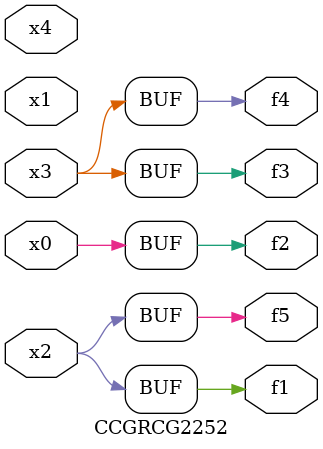
<source format=v>
module CCGRCG2252(
	input x0, x1, x2, x3, x4,
	output f1, f2, f3, f4, f5
);
	assign f1 = x2;
	assign f2 = x0;
	assign f3 = x3;
	assign f4 = x3;
	assign f5 = x2;
endmodule

</source>
